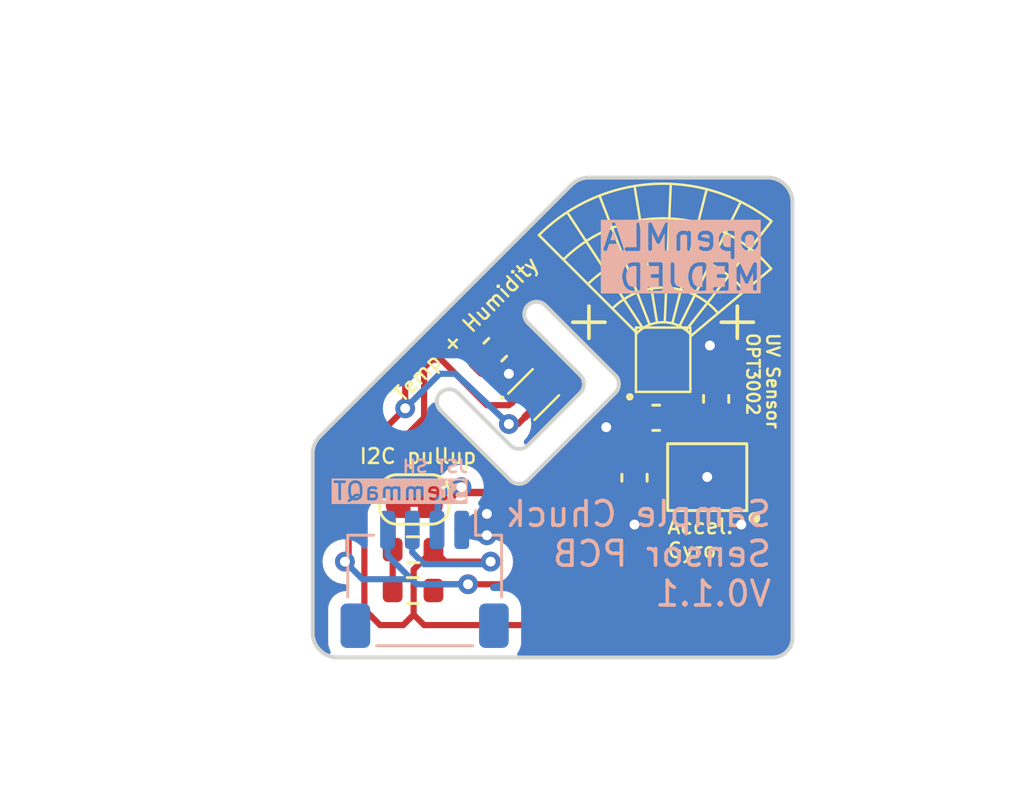
<source format=kicad_pcb>
(kicad_pcb (version 20240108) (generator "pcbnew") (generator_version "8.0")
  (layers (0 "F.Cu" signal) (31 "B.Cu" signal) (34 "B.Paste" user) (35 "F.Paste" user) (36 "B.SilkS" user "B.Silkscreen") (37 "F.SilkS" user "F.Silkscreen") (38 "B.Mask" user) (39 "F.Mask" user) (44 "Edge.Cuts" user))
  (net 0 "")
  (net 1 "+3.3V")
  (net 2 "/SDA")
  (net 3 "/SCL")
  (net 11 "GND")
  (net 12 "/I2C_pullup")
  (footprint "Medjed-stage-sensor:OPT3002" (layer "F.Cu") (at 139.207 90.998 90)
    (property "Reference" "U2" (hide yes))
    (property "Value" "~")
    (fp_rect (start -1.3 -1.1) (end 1.3 1.1) (stroke (width 0.1)) (fill none) (layer "F.SilkS"))
    (fp_circle (center -1.5 -1.35) (end -1.4 -1.35) (stroke (width 0.1)) (fill solid) (layer "F.SilkS"))
    (pad "1" smd roundrect (at -0.95 -0.65 270) (size 0.5 0.25) (layers "F.Cu" "F.Paste" "F.Mask") (roundrect_rratio 0.5) (net 1 "+3.3V"))
    (pad "2" smd roundrect (at -0.95 0 270) (size 0.5 0.25) (layers "F.Cu" "F.Paste" "F.Mask") (roundrect_rratio 0.5) (net 1 "+3.3V"))
    (pad "3" smd roundrect (at -0.95 0.65 90) (size 0.5 0.25) (layers "F.Cu" "F.Paste" "F.Mask") (roundrect_rratio 0.5) (net 11 "GND"))
    (pad "3" smd roundrect (at 0 0 90) (size 0.65 1.35) (layers "F.Cu" "F.Paste" "F.Mask") (roundrect_rratio 0.04) (net 11 "GND"))
    (pad "4" smd roundrect (at 0.95 0.65 270) (size 0.5 0.25) (layers "F.Cu" "F.Paste" "F.Mask") (roundrect_rratio 0.5) (net 3 "/SCL"))
    (pad "5" smd roundrect (at 0.95 0 270) (size 0.5 0.25) (layers "F.Cu" "F.Paste" "F.Mask") (roundrect_rratio 0.5))
    (pad "6" smd roundrect (at 0.95 -0.65 270) (size 0.5 0.25) (layers "F.Cu" "F.Paste" "F.Mask") (roundrect_rratio 0.5) (net 2 "/SDA"))
  )
  (footprint "Resistor_SMD:R_0603_1608Metric" (layer "F.Cu") (at 129.096 100.33)
    (property "Reference" "R2" (hide yes))
    (property "Value" "11K")
    (fp_line (start -0.237258 -0.5225) (end 0.237258 -0.5225) (stroke (width 0.12)) (layer "F.SilkS"))
    (fp_line (start -0.237258 0.5225) (end 0.237258 0.5225) (stroke (width 0.12)) (layer "F.SilkS"))
    (pad "1" smd roundrect (at -0.825 0) (size 0.8 0.95) (layers "F.Cu" "F.Paste" "F.Mask") (net 12 "/I2C_pullup"))
    (pad "2" smd roundrect (at 0.825 0) (size 0.8 0.95) (layers "F.Cu" "F.Paste" "F.Mask") (net 3 "/SCL"))
  )
  (footprint "Medjed-stage-sensor:SHT4X" (layer "F.Cu") (at 133.969183 92.402843 45)
    (property "Reference" "U3" (hide yes))
    (property "Value" "SHT45" (hide yes))
    (fp_line (start -0.7 -0.75) (end 0.7 -0.75) (stroke (width 0.1)) (layer "F.SilkS"))
    (fp_line (start -0.7 0.75) (end 0.7 0.75) (stroke (width 0.1)) (layer "F.SilkS"))
    (fp_circle (center -1 -0.8) (end -0.95 -0.8) (stroke (width 0.1)) (fill none) (layer "F.SilkS"))
    (pad "1" smd rect (at -0.7 -0.4 45) (size 0.5 0.3) (layers "F.Cu" "F.Paste" "F.Mask") (net 2 "/SDA"))
    (pad "2" smd rect (at -0.7 0.4 45) (size 0.5 0.3) (layers "F.Cu" "F.Paste" "F.Mask") (net 3 "/SCL"))
    (pad "3" smd rect (at 0.7 0.4 45) (size 0.5 0.3) (layers "F.Cu" "F.Paste" "F.Mask") (net 1 "+3.3V"))
    (pad "4" smd rect (at 0.7 -0.4 45) (size 0.5 0.3) (layers "F.Cu" "F.Paste" "F.Mask") (net 11 "GND"))
  )
  (footprint "Capacitor_SMD:C_0603_1608Metric" (layer "F.Cu") (at 141.351 92.583 90)
    (property "Reference" "C4" (hide yes))
    (property "Value" "2.2uF")
    (fp_line (start -0.14058 -0.51) (end 0.14058 -0.51) (stroke (width 0.12)) (layer "F.SilkS"))
    (fp_line (start -0.14058 0.51) (end 0.14058 0.51) (stroke (width 0.12)) (layer "F.SilkS"))
    (pad "1" smd roundrect (at -0.775 0 90) (size 0.9 0.95) (layers "F.Cu" "F.Paste" "F.Mask") (net 1 "+3.3V"))
    (pad "2" smd roundrect (at 0.775 0 90) (size 0.9 0.95) (layers "F.Cu" "F.Paste" "F.Mask") (net 11 "GND"))
  )
  (footprint "Jumper:SolderJumper-2_P1.3mm_Bridged_RoundedPad1.0x1.5mm" (layer "F.Cu") (at 129.144 96.647)
    (property "Reference" "JP1" (hide yes))
    (property "Value" "Bridged")
    (fp_poly (pts (xy 0.25 -0.3) (xy -0.25 -0.3) (xy -0.25 0.3) (xy 0.25 0.3)) (fill solid) (layer "F.Cu"))
    (fp_line (start -1.4 0.3) (end -1.4 -0.3) (stroke (width 0.12)) (layer "F.SilkS"))
    (fp_line (start -0.7 -1) (end 0.7 -1) (stroke (width 0.12)) (layer "F.SilkS"))
    (fp_line (start 0.7 1) (end -0.7 1) (stroke (width 0.12)) (layer "F.SilkS"))
    (fp_line (start 1.4 -0.3) (end 1.4 0.3) (stroke (width 0.12)) (layer "F.SilkS"))
    (fp_arc (start -1.4 -0.3) (mid -1.194975 -0.794975) (end -0.7 -1) (stroke (width 0.12)) (layer "F.SilkS"))
    (fp_arc (start -0.7 1) (mid -1.194975 0.794975) (end -1.4 0.3) (stroke (width 0.12)) (layer "F.SilkS"))
    (fp_arc (start 0.7 -1) (mid 1.194975 -0.794975) (end 1.4 -0.3) (stroke (width 0.12)) (layer "F.SilkS"))
    (fp_arc (start 1.4 0.3) (mid 1.194975 0.794975) (end 0.7 1) (stroke (width 0.12)) (layer "F.SilkS"))
    (pad "1" smd custom (at -0.65 0) (size 1 0.5) (layers "F.Cu" "F.Mask") (net 12 "/I2C_pullup") (options (clearance outline) (anchor rect)) (primitives (gr_circle (center 0 0.25) (end 0.5 0.25) (width 0) (fill yes)) (gr_circle (center 0 -0.25) (end 0.5 -0.25) (width 0) (fill yes)) (gr_poly (pts (xy 0.5 0.75) (xy 0 0.75) (xy 0 -0.75) (xy 0.5 -0.75)) (width 0) (fill yes))))
    (pad "2" smd custom (at 0.65 0) (size 1 0.5) (layers "F.Cu" "F.Mask") (net 1 "+3.3V") (options (clearance outline) (anchor rect)) (primitives (gr_circle (center 0 0.25) (end 0.5 0.25) (width 0) (fill yes)) (gr_circle (center 0 -0.25) (end 0.5 -0.25) (width 0) (fill yes)) (gr_poly (pts (xy 0 0.75) (xy -0.5 0.75) (xy -0.5 -0.75) (xy 0 -0.75)) (width 0) (fill yes))))
  )
  (footprint "Resistor_SMD:R_0603_1608Metric" (layer "F.Cu") (at 129.096 98.679)
    (property "Reference" "R1" (hide yes))
    (property "Value" "11K")
    (fp_line (start -0.237258 -0.5225) (end 0.237258 -0.5225) (stroke (width 0.12)) (layer "F.SilkS"))
    (fp_line (start -0.237258 0.5225) (end 0.237258 0.5225) (stroke (width 0.12)) (layer "F.SilkS"))
    (pad "1" smd roundrect (at -0.825 0) (size 0.8 0.95) (layers "F.Cu" "F.Paste" "F.Mask") (net 12 "/I2C_pullup"))
    (pad "2" smd roundrect (at 0.825 0) (size 0.8 0.95) (layers "F.Cu" "F.Paste" "F.Mask") (net 2 "/SDA"))
  )
  (footprint "Medjed-stage-sensor:icm-42605" (layer "F.Cu") (at 140.9895 95.746 180)
    (property "Reference" "U1" (hide yes))
    (property "Value" "ICM 42605")
    (fp_rect (start -1.6 -1.35) (end 1.6 1.35) (stroke (width 0.12)) (fill none) (layer "F.SilkS"))
    (fp_circle (center -1.905 -1.651) (end -1.725395 -1.651) (stroke (width 0.12)) (fill solid) (layer "F.SilkS"))
    (pad "1" smd rect (at -1.1625 -0.75 270) (size 0.25 0.475) (layers "F.Cu" "F.Paste" "F.Mask") (net 11 "GND"))
    (pad "2" smd rect (at -1.1625 -0.25 270) (size 0.25 0.475) (layers "F.Cu" "F.Paste" "F.Mask"))
    (pad "3" smd rect (at -1.1625 0.25 270) (size 0.25 0.475) (layers "F.Cu" "F.Paste" "F.Mask"))
    (pad "4" smd rect (at -1.1625 0.75 270) (size 0.25 0.475) (layers "F.Cu" "F.Paste" "F.Mask"))
    (pad "5" smd rect (at -0.5 0.9125 180) (size 0.25 0.475) (layers "F.Cu" "F.Paste" "F.Mask") (net 1 "+3.3V"))
    (pad "6" smd rect (at 0 0.9125 180) (size 0.25 0.475) (layers "F.Cu" "F.Paste" "F.Mask") (net 11 "GND"))
    (pad "7" smd rect (at 0.5 0.9125 180) (size 0.25 0.475) (layers "F.Cu" "F.Paste" "F.Mask") (net 11 "GND"))
    (pad "8" smd rect (at 1.1625 0.738 270) (size 0.25 0.475) (layers "F.Cu" "F.Paste" "F.Mask") (net 1 "+3.3V"))
    (pad "9" smd rect (at 1.1625 0.238 270) (size 0.25 0.475) (layers "F.Cu" "F.Paste" "F.Mask"))
    (pad "10" smd rect (at 1.1625 -0.25 270) (size 0.25 0.475) (layers "F.Cu" "F.Paste" "F.Mask"))
    (pad "11" smd rect (at 1.1625 -0.75 270) (size 0.25 0.475) (layers "F.Cu" "F.Paste" "F.Mask"))
    (pad "12" smd rect (at 0.5 -0.9125 180) (size 0.25 0.475) (layers "F.Cu" "F.Paste" "F.Mask") (net 1 "+3.3V"))
    (pad "13" smd rect (at 0 -0.9125 180) (size 0.25 0.475) (layers "F.Cu" "F.Paste" "F.Mask") (net 3 "/SCL"))
    (pad "14" smd rect (at -0.5 -0.9125 180) (size 0.25 0.475) (layers "F.Cu" "F.Paste" "F.Mask") (net 2 "/SDA"))
  )
  (footprint "Capacitor_SMD:C_0603_1608Metric" (layer "F.Cu") (at 138.049 95.771 -90)
    (property "Reference" "C3" (hide yes))
    (property "Value" "10nF")
    (fp_line (start -0.14058 0.51) (end 0.14058 0.51) (stroke (width 0.12)) (layer "F.SilkS"))
    (fp_line (start -0.14058 -0.51) (end 0.14058 -0.51) (stroke (width 0.12)) (layer "F.SilkS"))
    (pad "1" smd roundrect (at -0.775 0 270) (size 0.9 0.95) (layers "F.Cu" "F.Paste" "F.Mask") (net 1 "+3.3V"))
    (pad "2" smd roundrect (at 0.775 0 270) (size 0.9 0.95) (layers "F.Cu" "F.Paste" "F.Mask") (net 11 "GND"))
  )
  (footprint "Capacitor_SMD:C_0603_1608Metric" (layer "F.Cu") (at 138.925 93.345)
    (property "Reference" "C6" (hide yes))
    (property "Value" "100nF")
    (fp_line (start -0.14058 -0.51) (end 0.14058 -0.51) (stroke (width 0.12)) (layer "F.SilkS"))
    (fp_line (start -0.14058 0.51) (end 0.14058 0.51) (stroke (width 0.12)) (layer "F.SilkS"))
    (pad "1" smd roundrect (at -0.775 0) (size 0.9 0.95) (layers "F.Cu" "F.Paste" "F.Mask") (net 11 "GND"))
    (pad "2" smd roundrect (at 0.775 0) (size 0.9 0.95) (layers "F.Cu" "F.Paste" "F.Mask") (net 1 "+3.3V"))
  )
  (footprint "Capacitor_SMD:C_0603_1608Metric" (layer "F.Cu") (at 132.420992 90.591008 45)
    (property "Reference" "C5" (hide yes))
    (property "Value" "100nF")
    (fp_line (start -0.140581 -0.51) (end 0.140581 -0.51) (stroke (width 0.12)) (layer "F.SilkS"))
    (fp_line (start -0.140581 0.51) (end 0.140581 0.51) (stroke (width 0.12)) (layer "F.SilkS"))
    (pad "1" smd roundrect (at -0.775 0 45) (size 0.9 0.95) (layers "F.Cu" "F.Paste" "F.Mask") (net 11 "GND"))
    (pad "2" smd roundrect (at 0.775 0 45) (size 0.9 0.95) (layers "F.Cu" "F.Paste" "F.Mask") (net 1 "+3.3V"))
  )
  (footprint "Connector_JST:JST_SH_SM04B-SRSS-TB_1x04-1MP_P1.00mm_Horizontal" (layer "B.Cu") (at 129.564 99.8774 180)
    (property "Reference" "J1" (hide yes))
    (property "Value" "STEMMA QT")
    (fp_line (start 3.11 1.785) (end 3.11 -0.715) (stroke (width 0.12)) (layer "B.SilkS"))
    (fp_line (start 2.06 1.785) (end 3.11 1.785) (stroke (width 0.12)) (layer "B.SilkS"))
    (fp_line (start 1.94 -2.685) (end -1.94 -2.685) (stroke (width 0.12)) (layer "B.SilkS"))
    (fp_line (start -2.06 2.775) (end -2.06 1.785) (stroke (width 0.12)) (layer "B.SilkS"))
    (fp_line (start -2.06 1.785) (end -3.11 1.785) (stroke (width 0.12)) (layer "B.SilkS"))
    (fp_line (start -3.11 1.785) (end -3.11 -0.715) (stroke (width 0.12)) (layer "B.SilkS"))
    (pad "1" smd roundrect (at -1.5 2 180) (size 0.6 1.55) (layers "B.Cu" "B.Paste" "B.Mask") (net 11 "GND"))
    (pad "2" smd roundrect (at -0.5 2 180) (size 0.6 1.55) (layers "B.Cu" "B.Paste" "B.Mask") (net 1 "+3.3V"))
    (pad "3" smd roundrect (at 0.5 2 180) (size 0.6 1.55) (layers "B.Cu" "B.Paste" "B.Mask") (net 2 "/SDA"))
    (pad "4" smd roundrect (at 1.5 2 180) (size 0.6 1.55) (layers "B.Cu" "B.Paste" "B.Mask") (net 3 "/SCL"))
    (pad "MP" smd roundrect (at -2.8 -1.875 180) (size 1.2 1.8) (layers "B.Cu" "B.Paste" "B.Mask") (roundrect_rratio 0.208333))
    (pad "MP" smd roundrect (at 2.8 -1.875 180) (size 1.2 1.8) (layers "B.Cu" "B.Paste" "B.Mask") (roundrect_rratio 0.208333))
  )
  (gr_arc (start 138.14534 89.92134) (mid 139.271486 89.48343) (end 140.35514 90.017906) (stroke (width 0.1)) (layer "F.SilkS"))
  (gr_line (start 140.35514 90.017906) (end 143.572732 87.318443) (stroke (width 0.1)) (layer "F.SilkS"))
  (gr_line (start 140.132147 89.802063) (end 143.589764 85.396965) (stroke (width 0.1)) (layer "F.SilkS"))
  (gr_arc (start 137.15539 88.93139) (mid 139.332606 88.084765) (end 141.427671 89.118085) (stroke (width 0.1)) (layer "F.SilkS"))
  (gr_line (start 142.206 88.832) (end 142.206 90.132) (stroke (width 0.15)) (layer "F.SilkS"))
  (gr_arc (start 136.165441 87.941441) (mid 139.393727 86.6861) (end 142.500201 88.218264) (stroke (width 0.1)) (layer "F.SilkS"))
  (gr_arc (start 135.175491 86.951491) (mid 139.454847 85.287435) (end 143.572732 87.318443) (stroke (width 0.1)) (layer "F.SilkS"))
  (gr_line (start 138.66237 89.583978) (end 136.632816 84.364695) (stroke (width 0.1)) (layer "F.SilkS"))
  (gr_arc (start 134.185542 85.961542) (mid 138.780522 83.89476) (end 143.589764 85.396965) (stroke (width 0.1)) (layer "F.SilkS"))
  (gr_line (start 138.961699 89.502028) (end 138.049642 83.976799) (stroke (width 0.1)) (layer "F.SilkS"))
  (gr_line (start 138.14534 89.92134) (end 134.185542 85.961542) (stroke (width 0.1)) (layer "F.SilkS"))
  (gr_line (start 139.271486 89.48343) (end 139.515967 83.888769) (stroke (width 0.1)) (layer "F.SilkS"))
  (gr_line (start 138.386311 89.725772) (end 135.326138 85.035853) (stroke (width 0.1)) (layer "F.SilkS"))
  (gr_line (start 139.86951 89.636729) (end 142.346613 84.614383) (stroke (width 0.1)) (layer "F.SilkS"))
  (gr_line (start 135.556 89.482) (end 136.856 89.482) (stroke (width 0.15)) (layer "F.SilkS"))
  (gr_line (start 141.556 89.482) (end 142.856 89.482) (stroke (width 0.15)) (layer "F.SilkS"))
  (gr_line (start 136.206 90.132) (end 136.206 88.832) (stroke (width 0.15)) (layer "F.SilkS"))
  (gr_line (start 139.57847 89.52898) (end 140.969024 84.104374) (stroke (width 0.1)) (layer "F.SilkS"))
  (gr_arc (start 126.037 103.035) (mid 125.329893 102.742107) (end 125.037 102.035) (stroke (width 0.16)) (layer "Edge.Cuts"))
  (gr_arc (start 133.737505 89.507078) (mid 133.737505 88.799971) (end 134.444612 88.799971) (stroke (width 0.16)) (layer "Edge.Cuts"))
  (gr_arc (start 137.273039 91.628398) (mid 137.419486 91.981952) (end 137.273039 92.335505) (stroke (width 0.16)) (layer "Edge.Cuts"))
  (gr_line (start 144.437 84.635) (end 144.437 102.235) (stroke (width 0.16)) (layer "Edge.Cuts"))
  (gr_line (start 125.329893 94.096313) (end 135.498313 83.927893) (stroke (width 0.16)) (layer "Edge.Cuts"))
  (gr_line (start 143.637 103.035) (end 126.037 103.035) (stroke (width 0.16)) (layer "Edge.Cuts"))
  (gr_arc (start 135.858825 91.628398) (mid 136.005272 91.981952) (end 135.858825 92.335505) (stroke (width 0.16)) (layer "Edge.Cuts"))
  (gr_arc (start 135.498313 83.927893) (mid 135.822737 83.71112) (end 136.20542 83.635) (stroke (width 0.16)) (layer "Edge.Cuts"))
  (gr_line (start 135.858825 91.628398) (end 133.737505 89.507078) (stroke (width 0.16)) (layer "Edge.Cuts"))
  (gr_line (start 136.20542 83.635) (end 143.437 83.635) (stroke (width 0.16)) (layer "Edge.Cuts"))
  (gr_line (start 133.030398 95.871039) (end 130.201971 93.042612) (stroke (width 0.16)) (layer "Edge.Cuts"))
  (gr_line (start 125.037 102.035) (end 125.037 94.80342) (stroke (width 0.16)) (layer "Edge.Cuts"))
  (gr_line (start 134.444612 88.799971) (end 137.273039 91.628398) (stroke (width 0.16)) (layer "Edge.Cuts"))
  (gr_line (start 137.273039 92.335505) (end 133.737505 95.871039) (stroke (width 0.16)) (layer "Edge.Cuts"))
  (gr_line (start 133.737505 94.456825) (end 135.858825 92.335505) (stroke (width 0.16)) (layer "Edge.Cuts"))
  (gr_arc (start 143.437 83.635) (mid 144.144107 83.927893) (end 144.437 84.635) (stroke (width 0.16)) (layer "Edge.Cuts"))
  (gr_line (start 130.909078 92.335505) (end 133.030398 94.456825) (stroke (width 0.16)) (layer "Edge.Cuts"))
  (gr_arc (start 130.201971 93.042612) (mid 130.201971 92.335505) (end 130.909078 92.335505) (stroke (width 0.16)) (layer "Edge.Cuts"))
  (gr_arc (start 144.437 102.235) (mid 144.202685 102.800685) (end 143.637 103.035) (stroke (width 0.16)) (layer "Edge.Cuts"))
  (gr_arc (start 133.737505 95.871039) (mid 133.383952 96.017486) (end 133.030398 95.871039) (stroke (width 0.16)) (layer "Edge.Cuts"))
  (gr_arc (start 125.037 94.80342) (mid 125.11312 94.420737) (end 125.329893 94.096313) (stroke (width 0.16)) (layer "Edge.Cuts"))
  (gr_arc (start 133.737505 94.456825) (mid 133.383952 94.603272) (end 133.030398 94.456825) (stroke (width 0.16)) (layer "Edge.Cuts"))
  (gr_text "StemmaQT" (at 131.3688 96.7232 0) (layer "B.SilkS" knockout) (effects (font (size 0.7 0.7) (thickness 0.11)) (justify left bottom mirror)))
  (gr_text "openMLA \nMEDJED" (at 143.256 88.265 0) (layer "B.SilkS" knockout) (effects (font (size 1 1)) (justify left bottom mirror)))
  (gr_text "JST SH" (at 131.3688 95.6056 0) (layer "B.SilkS") (effects (font (size 0.5 0.5) (thickness 0.1) (bold yes)) (justify left bottom mirror)))
  (gr_text "Sample Chuck \nSensor PCB\nV0.1.1" (at 143.6624 101.0412 0) (layer "B.SilkS") (effects (font (size 1 1)) (justify left bottom mirror)))
  (gr_text "Temp + Humidity" (at 128.651 92.837 45) (layer "F.SilkS") (effects (font (size 0.6 0.6) (thickness 0.1) (bold yes)) (justify left bottom)))
  (gr_text "UV Sensor\nOPT3002" (at 142.5448 89.8652 270) (layer "F.SilkS") (effects (font (size 0.5 0.5) (thickness 0.1) (bold yes)) (justify left bottom)))
  (gr_text "Accel.\nGyro." (at 139.319 99.06 0) (layer "F.SilkS") (effects (font (size 0.6 0.6) (thickness 0.1) (bold yes)) (justify left bottom)))
  (gr_text "I2C pullup" (at 126.873 95.25 0) (layer "F.SilkS") (effects (font (size 0.6 0.6) (thickness 0.1) (bold yes)) (justify left bottom)))
  (segment (start 139.7 94.881) (end 139.7 93.345) (width 0.3) (layer "F.Cu") (net 1))
  (segment (start 139.207 92.852) (end 139.7 93.345) (width 0.25) (layer "F.Cu") (net 1))
  (segment (start 138.557 91.948) (end 139.207 91.948) (width 0.25) (layer "F.Cu") (net 1))
  (segment (start 133.1468 97.0788) (end 135.0772 97.0788) (width 0.3) (layer "F.Cu") (net 1))
  (segment (start 139.713 93.358) (end 139.7 93.345) (width 0.3) (layer "F.Cu") (net 1))
  (segment (start 139.446 97.028) (end 139.065 96.774) (width 0.25) (layer "F.Cu") (net 1))
  (segment (start 135.0772 97.0788) (end 137.16 94.996) (width 0.3) (layer "F.Cu") (net 1))
  (segment (start 140.208 97.028) (end 139.446 97.028) (width 0.25) (layer "F.Cu") (net 1))
  (segment (start 133.731 88.138) (end 132.969 88.9) (width 0.25) (layer "F.Cu") (net 1))
  (segment (start 131.0513 96.1517) (end 131.2672 96.3676) (width 0.3) (layer "F.Cu") (net 1))
  (segment (start 131.0513 96.1517) (end 130.556 96.647) (width 0.3) (layer "F.Cu") (net 1))
  (segment (start 141.4895 93.875805) (end 141.351 93.358) (width 0.25) (layer "F.Cu") (net 1))
  (segment (start 130.556 96.647) (end 129.794 96.647) (width 0.3) (layer "F.Cu") (net 1))
  (segment (start 140.4895 96.6585) (end 140.208 97.028) (width 0.25) (layer "F.Cu") (net 1))
  (segment (start 141.465 93.358) (end 139.713 93.358) (width 0.3) (layer "F.Cu") (net 1))
  (segment (start 139.815 94.996) (end 139.827 95.008) (width 0.3) (layer "F.Cu") (net 1))
  (segment (start 132.4356 96.3676) (end 133.1468 97.0788) (width 0.3) (layer "F.Cu") (net 1))
  (segment (start 138.303 91.948) (end 134.493 88.138) (width 0.25) (layer "F.Cu") (net 1))
  (segment (start 139.827 95.008) (end 139.7 94.881) (width 0.3) (layer "F.Cu") (net 1))
  (segment (start 135.001 91.567) (end 135.001 91.936711) (width 0.25) (layer "F.Cu") (net 1))
  (segment (start 134.493 88.138) (end 133.731 88.138) (width 0.25) (layer "F.Cu") (net 1))
  (segment (start 131.2672 96.3676) (end 132.4356 96.3676) (width 0.3) (layer "F.Cu") (net 1))
  (segment (start 139.207 91.948) (end 139.207 92.852) (width 0.25) (layer "F.Cu") (net 1))
  (segment (start 138.811 94.996) (end 138.049 94.996) (width 0.25) (layer "F.Cu") (net 1))
  (segment (start 134.239 90.805) (end 135.001 91.567) (width 0.25) (layer "F.Cu") (net 1))
  (segment (start 139.065 96.774) (end 139.065 95.25) (width 0.25) (layer "F.Cu") (net 1))
  (segment (start 137.16 94.996) (end 138.049 94.996) (width 0.3) (layer "F.Cu") (net 1))
  (segment (start 132.969 90.043) (end 133.731 90.805) (width 0.25) (layer "F.Cu") (net 1))
  (segment (start 139.065 95.25) (end 138.811 94.996) (width 0.25) (layer "F.Cu") (net 1))
  (segment (start 138.049 94.996) (end 139.815 94.996) (width 0.3) (layer "F.Cu") (net 1))
  (segment (start 141.4895 94.8335) (end 141.4895 93.875805) (width 0.25) (layer "F.Cu") (net 1))
  (segment (start 138.557 91.948) (end 138.303 91.948) (width 0.25) (layer "F.Cu") (net 1))
  (segment (start 133.731 90.805) (end 134.239 90.805) (width 0.25) (layer "F.Cu") (net 1))
  (segment (start 135.001 91.936711) (end 134.747 92.190711) (width 0.25) (layer "F.Cu") (net 1))
  (segment (start 132.969 88.9) (end 132.969 90.043) (width 0.25) (layer "F.Cu") (net 1))
  (via (at 131.0513 96.1517) (size 0.8) (drill 0.4) (layers "F.Cu" "B.Cu") (net 1))
  (segment (start 130.6195 96.1517) (end 130.0988 96.6724) (width 0.25) (layer "B.Cu") (net 1))
  (segment (start 130.0988 96.6724) (end 130.064 97.8774) (width 0.25) (layer "B.Cu") (net 1))
  (segment (start 131.0513 96.1517) (end 130.6195 96.1517) (width 0.25) (layer "B.Cu") (net 1))
  (segment (start 127.762 101.727) (end 128.697296 101.727) (width 0.25) (layer "F.Cu") (net 2))
  (segment (start 141.478 99.06) (end 141.478 98.425) (width 0.25) (layer "F.Cu") (net 2))
  (segment (start 129.54 91.313) (end 129.8575 90.9955) (width 0.25) (layer "F.Cu") (net 2))
  (segment (start 141.478 98.425) (end 141.4895 96.6585) (width 0.25) (layer "F.Cu") (net 2))
  (segment (start 129.54 101.727) (end 138.811 101.727) (width 0.25) (layer "F.Cu") (net 2))
  (segment (start 129.118648 101.305648) (end 129.54 101.727) (width 0.25) (layer "F.Cu") (net 2))
  (segment (start 128.697296 101.727) (end 129.118648 101.305648) (width 0.25) (layer "F.Cu") (net 2))
  (segment (start 137.16 88.646) (end 138.557 90.043) (width 0.25) (layer "F.Cu") (net 2))
  (segment (start 132.2324 99.1616) (end 130.4036 99.1616) (width 0.25) (layer "F.Cu") (net 2))
  (segment (start 129.54 93.345) (end 127.127 95.758) (width 0.25) (layer "F.Cu") (net 2))
  (segment (start 132.969341 92.837) (end 133.191366 92.614975) (width 0.25) (layer "F.Cu") (net 2))
  (segment (start 129.54 91.313) (end 133.35 87.503) (width 0.25) (layer "F.Cu") (net 2))
  (segment (start 133.35 87.503) (end 136.017 87.503) (width 0.25) (layer "F.Cu") (net 2))
  (segment (start 136.017 87.503) (end 137.16 88.646) (width 0.25) (layer "F.Cu") (net 2))
  (segment (start 127.127 95.758) (end 127.127 101.092) (width 0.25) (layer "F.Cu") (net 2))
  (segment (start 138.557 90.043) (end 138.557 90.048) (width 0.25) (layer "F.Cu") (net 2))
  (segment (start 129.118648 99.481352) (end 129.118648 101.305648) (width 0.25) (layer "F.Cu") (net 2))
  (segment (start 130.4036 99.1616) (end 129.921 98.679) (width 0.25) (layer "F.Cu") (net 2))
  (segment (start 129.54 91.313) (end 129.54 93.345) (width 0.25) (layer "F.Cu") (net 2))
  (segment (start 130.2385 90.9955) (end 132.08 92.837) (width 0.25) (layer "F.Cu") (net 2))
  (segment (start 132.08 92.837) (end 132.969341 92.837) (width 0.25) (layer "F.Cu") (net 2))
  (segment (start 127.127 101.092) (end 127.762 101.727) (width 0.25) (layer "F.Cu") (net 2))
  (segment (start 129.921 98.679) (end 129.118648 99.481352) (width 0.25) (layer "F.Cu") (net 2))
  (segment (start 138.811 101.727) (end 141.478 99.06) (width 0.25) (layer "F.Cu") (net 2))
  (segment (start 129.8575 90.9955) (end 130.2385 90.9955) (width 0.25) (layer "F.Cu") (net 2))
  (via (at 132.2324 99.1616) (size 0.8) (drill 0.4) (layers "F.Cu" "B.Cu") (net 2))
  (segment (start 132.2324 99.1616) (end 132.1308 99.2632) (width 0.25) (layer "B.Cu") (net 2))
  (segment (start 132.1308 99.2632) (end 129.54 99.2632) (width 0.25) (layer "B.Cu") (net 2))
  (segment (start 129.54 99.2632) (end 129.064 98.7872) (width 0.25) (layer "B.Cu") (net 2))
  (segment (start 129.064 98.7872) (end 129.064 97.8774) (width 0.25) (layer "B.Cu") (net 2))
  (segment (start 133.757051 93.18066) (end 133.338711 93.599) (width 0.25) (layer "F.Cu") (net 3))
  (segment (start 140.9895 98.7865) (end 140.9895 96.6585) (width 0.25) (layer "F.Cu") (net 3))
  (segment (start 136.884833 86.846833) (end 139.857 89.819) (width 0.25) (layer "F.Cu") (net 3))
  (segment (start 133.244167 86.846833) (end 136.884833 86.846833) (width 0.25) (layer "F.Cu") (net 3))
  (segment (start 126.492 99.0092) (end 126.492 95.25) (width 0.25) (layer "F.Cu") (net 3))
  (segment (start 128.778 91.313) (end 133.244167 86.846833) (width 0.25) (layer "F.Cu") (net 3))
  (segment (start 131.318 100.076) (end 139.7 100.076) (width 0.25) (layer "F.Cu") (net 3))
  (segment (start 139.857 89.819) (end 139.857 90.048) (width 0.25) (layer "F.Cu") (net 3))
  (segment (start 133.338711 93.599) (end 132.969 93.599) (width 0.25) (layer "F.Cu") (net 3))
  (segment (start 139.7 100.076) (end 140.9895 98.7865) (width 0.25) (layer "F.Cu") (net 3))
  (segment (start 129.921 100.33) (end 130.175 100.076) (width 0.25) (layer "F.Cu") (net 3))
  (segment (start 126.492 95.25) (end 128.778 92.964) (width 0.25) (layer "F.Cu") (net 3))
  (segment (start 126.3396 99.1616) (end 126.492 99.0092) (width 0.25) (layer "F.Cu") (net 3))
  (segment (start 128.778 92.964) (end 128.778 91.313) (width 0.25) (layer "F.Cu") (net 3))
  (segment (start 130.175 100.076) (end 131.318 100.076) (width 0.25) (layer "F.Cu") (net 3))
  (via (at 132.969 93.599) (size 0.8) (drill 0.4) (layers "F.Cu" "B.Cu") (net 3))
  (via (at 131.318 100.076) (size 0.8) (drill 0.4) (layers "F.Cu" "B.Cu") (net 3))
  (via (at 128.778 92.964) (size 0.8) (drill 0.4) (layers "F.Cu" "B.Cu") (net 3))
  (via (at 126.3396 99.1616) (size 0.8) (drill 0.4) (layers "F.Cu" "B.Cu") (net 3))
  (segment (start 126.3396 99.1616) (end 127.0508 99.8728) (width 0.25) (layer "B.Cu") (net 3))
  (segment (start 129.032 99.8728) (end 129.2352 100.076) (width 0.25) (layer "B.Cu") (net 3))
  (segment (start 128.064 98.9048) (end 129.032 99.8728) (width 0.25) (layer "B.Cu") (net 3))
  (segment (start 128.064 97.8774) (end 128.064 98.9048) (width 0.25) (layer "B.Cu") (net 3))
  (segment (start 127.0508 99.8728) (end 129.032 99.8728) (width 0.25) (layer "B.Cu") (net 3))
  (segment (start 130.81 91.567) (end 132.969 93.599) (width 0.25) (layer "B.Cu") (net 3))
  (segment (start 128.778 92.964) (end 130.175 91.567) (width 0.25) (layer "B.Cu") (net 3))
  (segment (start 129.2352 100.076) (end 131.318 100.076) (width 0.25) (layer "B.Cu") (net 3))
  (segment (start 130.175 91.567) (end 130.81 91.567) (width 0.25) (layer "B.Cu") (net 3))
  (segment (start 138.15 93.345) (end 137.287 93.345) (width 0.25) (layer "F.Cu") (net 11))
  (segment (start 140.757868 90.994802) (end 141.097 90.424) (width 0.25) (layer "F.Cu") (net 11))
  (segment (start 140.4895 94.8335) (end 140.9895 94.8335) (width 0.25) (layer "F.Cu") (net 11))
  (segment (start 138.049 97.79) (end 138.049 96.546) (width 0.25) (layer "F.Cu") (net 11))
  (segment (start 134.181315 91.625026) (end 134.123289 91.567) (width 0.25) (layer "F.Cu") (net 11))
  (segment (start 142.113 97.409) (end 142.113 96.535) (width 0.25) (layer "F.Cu") (net 11))
  (segment (start 139.997 91.808) (end 141.351 91.808) (width 0.25) (layer "F.Cu") (net 11))
  (segment (start 142.113 96.535) (end 142.152 96.496) (width 0.25) (layer "F.Cu") (net 11))
  (segment (start 134.123289 91.567) (end 132.969 91.567) (width 0.25) (layer "F.Cu") (net 11))
  (segment (start 139.857 91.948) (end 139.997 91.808) (width 0.25) (layer "F.Cu") (net 11))
  (segment (start 139.207 90.998) (end 140.757868 90.994802) (width 0.25) (layer "F.Cu") (net 11))
  (segment (start 140.757868 90.994802) (end 141.351 91.808) (width 0.25) (layer "F.Cu") (net 11))
  (segment (start 140.9895 95.7385) (end 140.9895 94.8335) (width 0.25) (layer "F.Cu") (net 11))
  (segment (start 142.367 97.663) (end 142.113 97.409) (width 0.25) (layer "F.Cu") (net 11))
  (segment (start 131.872984 91.139016) (end 132.300968 91.567) (width 0.25) (layer "F.Cu") (net 11))
  (segment (start 137.287 93.345) (end 136.906 93.726) (width 0.25) (layer "F.Cu") (net 11))
  (segment (start 132.300968 91.567) (end 132.969 91.567) (width 0.25) (layer "F.Cu") (net 11))
  (via (at 132.08 97.2312) (size 0.8) (drill 0.4) (layers "F.Cu" "B.Cu") (net 11))
  (via (at 138.049 97.663) (size 0.8) (drill 0.4) (layers "F.Cu" "B.Cu") (net 11))
  (via (at 132.969 91.567) (size 0.8) (drill 0.4) (layers "F.Cu" "B.Cu") (net 11))
  (via (at 132.08 98.0948) (size 0.8) (drill 0.4) (layers "F.Cu" "B.Cu") (net 11))
  (via (at 136.906 93.726) (size 0.8) (drill 0.4) (layers "F.Cu" "B.Cu") (net 11))
  (via (at 142.367 97.663) (size 0.8) (drill 0.4) (layers "F.Cu" "B.Cu") (net 11))
  (via (at 140.9895 95.7385) (size 0.8) (drill 0.4) (layers "F.Cu" "B.Cu") (net 11))
  (via (at 141.097 90.424) (size 0.8) (drill 0.4) (layers "F.Cu" "B.Cu") (net 11))
  (segment (start 132.08 97.2312) (end 132.08 98.0948) (width 0.6) (layer "B.Cu") (net 11))
  (segment (start 132.08 98.0948) (end 131.064 97.8774) (width 0.6) (layer "B.Cu") (net 11))
  (segment (start 131.064 97.8774) (end 132.08 97.2312) (width 0.6) (layer "B.Cu") (net 11))
  (segment (start 128.271 96.87) (end 128.271 98.679) (width 0.25) (layer "F.Cu") (net 12))
  (segment (start 128.494 96.647) (end 128.271 96.87) (width 0.25) (layer "F.Cu") (net 12))
  (segment (start 128.271 100.33) (end 128.271 98.679) (width 0.25) (layer "F.Cu") (net 12))
  (zone (net 11) (net_name "GND") (layer "B.Cu") (connect_pads (clearance 0.5)) (min_thickness 0.25) (fill yes (thermal_gap 0.5) (thermal_bridge_width 0.5))
    (polygon (pts (xy 153.797 76.454) (xy 112.395 76.581) (xy 112.776 108.839) (xy 153.797 108.712)))
  )
)
</source>
